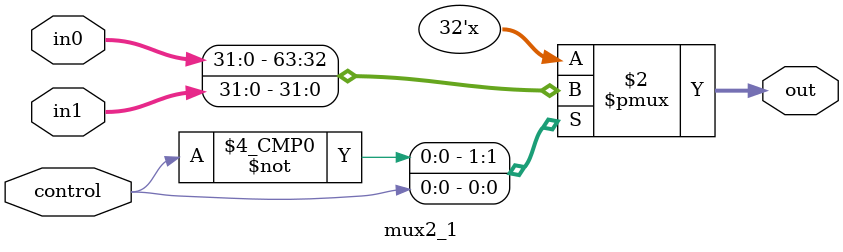
<source format=v>
`timescale 1ns / 1ps


module mux2_1(in0,in1,control,out);
input [31:0] in0,in1;
input control;
output reg [31:0] out;

always@(control or in1 or in0 ) begin
    case(control)
    1'b0: out = in0;
    1'b1: out = in1;
    default: out = 32'hzzzzzzzz;
    endcase
end
endmodule

</source>
